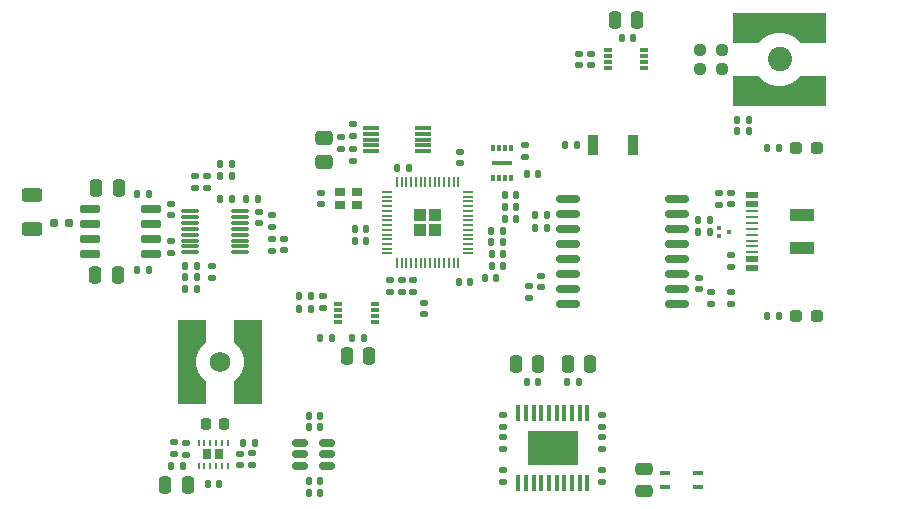
<source format=gtp>
%TF.GenerationSoftware,KiCad,Pcbnew,7.0.6-7.0.6~ubuntu20.04.1*%
%TF.CreationDate,2023-09-06T11:46:54-07:00*%
%TF.ProjectId,harp_lick_detector_capactive,68617270-5f6c-4696-936b-5f6465746563,rev?*%
%TF.SameCoordinates,PX640a5a0PY7088980*%
%TF.FileFunction,Paste,Top*%
%TF.FilePolarity,Positive*%
%FSLAX46Y46*%
G04 Gerber Fmt 4.6, Leading zero omitted, Abs format (unit mm)*
G04 Created by KiCad (PCBNEW 7.0.6-7.0.6~ubuntu20.04.1) date 2023-09-06 11:46:54*
%MOMM*%
%LPD*%
G01*
G04 APERTURE LIST*
G04 Aperture macros list*
%AMRoundRect*
0 Rectangle with rounded corners*
0 $1 Rounding radius*
0 $2 $3 $4 $5 $6 $7 $8 $9 X,Y pos of 4 corners*
0 Add a 4 corners polygon primitive as box body*
4,1,4,$2,$3,$4,$5,$6,$7,$8,$9,$2,$3,0*
0 Add four circle primitives for the rounded corners*
1,1,$1+$1,$2,$3*
1,1,$1+$1,$4,$5*
1,1,$1+$1,$6,$7*
1,1,$1+$1,$8,$9*
0 Add four rect primitives between the rounded corners*
20,1,$1+$1,$2,$3,$4,$5,0*
20,1,$1+$1,$4,$5,$6,$7,0*
20,1,$1+$1,$6,$7,$8,$9,0*
20,1,$1+$1,$8,$9,$2,$3,0*%
%AMFreePoly0*
4,1,40,6.515355,1.015355,6.530000,0.980000,6.530000,-1.460000,6.515355,-1.495355,6.480000,-1.510000,4.370000,-1.510000,4.367882,-1.509122,4.365698,-1.509814,4.350485,-1.501916,4.334645,-1.495355,4.333768,-1.493237,4.331734,-1.492182,4.233315,-1.375157,4.010127,-1.166713,3.760982,-0.990847,3.490207,-0.850543,3.202844,-0.748414,2.904254,-0.686367,2.599999,-0.665555,2.295745,-0.686367,
1.997154,-0.748415,1.709792,-0.850543,1.439022,-0.990844,1.189872,-1.166713,0.966684,-1.375157,0.868266,-1.492182,0.866231,-1.493237,0.865355,-1.495355,0.849514,-1.501916,0.834302,-1.509814,0.832117,-1.509122,0.830000,-1.510000,-1.280000,-1.510000,-1.315355,-1.495355,-1.330000,-1.460000,-1.330000,0.980000,-1.315355,1.015355,-1.280000,1.030000,6.480000,1.030000,6.515355,1.015355,
6.515355,1.015355,$1*%
%AMFreePoly1*
4,1,25,-1.500000,1.420000,-1.360000,1.280000,-1.205000,1.155000,-1.035000,1.045000,-0.860000,0.950000,-0.675000,0.875000,-0.480000,0.820000,-0.280000,0.780000,-0.085000,0.765000,0.085000,0.765000,0.280000,0.780000,0.480000,0.820000,0.675000,0.875000,0.860000,0.950000,1.035000,1.045000,1.205000,1.155000,1.360000,1.280000,1.500000,1.420000,1.645000,1.595000,3.555000,1.595000,
3.555000,-0.755000,-3.555000,-0.755000,-3.555000,1.595000,-1.645000,1.595000,-1.500000,1.420000,-1.500000,1.420000,$1*%
G04 Aperture macros list end*
%ADD10RoundRect,0.140000X-0.140000X-0.170000X0.140000X-0.170000X0.140000X0.170000X-0.140000X0.170000X0*%
%ADD11RoundRect,0.135000X0.185000X-0.135000X0.185000X0.135000X-0.185000X0.135000X-0.185000X-0.135000X0*%
%ADD12RoundRect,0.135000X-0.185000X0.135000X-0.185000X-0.135000X0.185000X-0.135000X0.185000X0.135000X0*%
%ADD13RoundRect,0.237500X0.287500X0.237500X-0.287500X0.237500X-0.287500X-0.237500X0.287500X-0.237500X0*%
%ADD14RoundRect,0.140000X0.140000X0.170000X-0.140000X0.170000X-0.140000X-0.170000X0.140000X-0.170000X0*%
%ADD15RoundRect,0.140000X-0.170000X0.140000X-0.170000X-0.140000X0.170000X-0.140000X0.170000X0.140000X0*%
%ADD16RoundRect,0.250000X-0.475000X0.250000X-0.475000X-0.250000X0.475000X-0.250000X0.475000X0.250000X0*%
%ADD17RoundRect,0.135000X-0.135000X-0.185000X0.135000X-0.185000X0.135000X0.185000X-0.135000X0.185000X0*%
%ADD18R,0.300000X0.300000*%
%ADD19RoundRect,0.250000X-0.625000X0.312500X-0.625000X-0.312500X0.625000X-0.312500X0.625000X0.312500X0*%
%ADD20RoundRect,0.140000X0.170000X-0.140000X0.170000X0.140000X-0.170000X0.140000X-0.170000X-0.140000X0*%
%ADD21R,0.800000X0.950000*%
%ADD22R,0.250000X0.500000*%
%ADD23RoundRect,0.250000X-0.250000X-0.475000X0.250000X-0.475000X0.250000X0.475000X-0.250000X0.475000X0*%
%ADD24RoundRect,0.250000X0.250000X0.475000X-0.250000X0.475000X-0.250000X-0.475000X0.250000X-0.475000X0*%
%ADD25RoundRect,0.150000X-0.725000X-0.150000X0.725000X-0.150000X0.725000X0.150000X-0.725000X0.150000X0*%
%ADD26R,0.800000X0.300000*%
%ADD27RoundRect,0.250000X-0.292217X0.292217X-0.292217X-0.292217X0.292217X-0.292217X0.292217X0.292217X0*%
%ADD28RoundRect,0.050000X-0.050000X0.387500X-0.050000X-0.387500X0.050000X-0.387500X0.050000X0.387500X0*%
%ADD29RoundRect,0.050000X-0.387500X0.050000X-0.387500X-0.050000X0.387500X-0.050000X0.387500X0.050000X0*%
%ADD30RoundRect,0.237500X-0.250000X-0.237500X0.250000X-0.237500X0.250000X0.237500X-0.250000X0.237500X0*%
%ADD31R,2.000000X1.000000*%
%ADD32R,1.000000X0.520000*%
%ADD33R,1.000000X0.270000*%
%ADD34RoundRect,0.135000X0.135000X0.185000X-0.135000X0.185000X-0.135000X-0.185000X0.135000X-0.185000X0*%
%ADD35R,0.900000X1.700000*%
%ADD36R,1.400000X0.300000*%
%ADD37RoundRect,0.075000X-0.650000X-0.075000X0.650000X-0.075000X0.650000X0.075000X-0.650000X0.075000X0*%
%ADD38R,0.900000X0.800000*%
%ADD39RoundRect,0.147500X-0.172500X0.147500X-0.172500X-0.147500X0.172500X-0.147500X0.172500X0.147500X0*%
%ADD40RoundRect,0.250000X-0.475000X0.337500X-0.475000X-0.337500X0.475000X-0.337500X0.475000X0.337500X0*%
%ADD41RoundRect,0.150000X0.875000X0.150000X-0.875000X0.150000X-0.875000X-0.150000X0.875000X-0.150000X0*%
%ADD42C,2.050000*%
%ADD43FreePoly0,180.000000*%
%ADD44FreePoly0,0.000000*%
%ADD45RoundRect,0.147500X0.147500X0.172500X-0.147500X0.172500X-0.147500X-0.172500X0.147500X-0.172500X0*%
%ADD46RoundRect,0.150000X-0.512500X-0.150000X0.512500X-0.150000X0.512500X0.150000X-0.512500X0.150000X0*%
%ADD47R,1.140000X1.200000*%
%ADD48R,0.450000X1.450000*%
%ADD49R,4.200000X3.000000*%
%ADD50RoundRect,0.160000X-0.197500X-0.160000X0.197500X-0.160000X0.197500X0.160000X-0.197500X0.160000X0*%
%ADD51C,1.730000*%
%ADD52FreePoly1,270.000000*%
%ADD53FreePoly1,90.000000*%
%ADD54RoundRect,0.225000X-0.225000X-0.250000X0.225000X-0.250000X0.225000X0.250000X-0.225000X0.250000X0*%
%ADD55R,0.300000X0.600000*%
%ADD56R,1.700000X0.300000*%
%ADD57RoundRect,0.100000X0.350000X0.100000X-0.350000X0.100000X-0.350000X-0.100000X0.350000X-0.100000X0*%
G04 APERTURE END LIST*
D10*
%TO.C,C6*%
X39620000Y24200000D03*
X40580000Y24200000D03*
%TD*%
%TO.C,C30*%
X25295000Y22100000D03*
X26255000Y22100000D03*
%TD*%
D11*
%TO.C,R28*%
X43600000Y19890000D03*
X43600000Y20910000D03*
%TD*%
D12*
%TO.C,R24*%
X32600000Y26410000D03*
X32600000Y25390000D03*
%TD*%
D13*
%TO.C,D1*%
X78775000Y17900000D03*
X77025000Y17900000D03*
%TD*%
D10*
%TO.C,C21*%
X21220000Y21800000D03*
X22180000Y21800000D03*
%TD*%
D14*
%TO.C,C19*%
X49380000Y20700000D03*
X48420000Y20700000D03*
%TD*%
D11*
%TO.C,R40*%
X60600000Y6590000D03*
X60600000Y7610000D03*
%TD*%
%TO.C,R44*%
X42600000Y19890000D03*
X42600000Y20910000D03*
%TD*%
D10*
%TO.C,C9*%
X51220000Y23100000D03*
X52180000Y23100000D03*
%TD*%
D14*
%TO.C,C27*%
X36680000Y2900000D03*
X35720000Y2900000D03*
%TD*%
D15*
%TO.C,C38*%
X33600000Y24380000D03*
X33600000Y23420000D03*
%TD*%
D16*
%TO.C,C45*%
X64100000Y4950000D03*
X64100000Y3050000D03*
%TD*%
D17*
%TO.C,R26*%
X28190000Y30700000D03*
X29210000Y30700000D03*
%TD*%
D12*
%TO.C,R38*%
X60600000Y9510000D03*
X60600000Y8490000D03*
%TD*%
D17*
%TO.C,R21*%
X28190000Y27800000D03*
X29210000Y27800000D03*
%TD*%
D10*
%TO.C,C13*%
X43220000Y30400000D03*
X44180000Y30400000D03*
%TD*%
D17*
%TO.C,R11*%
X51190000Y24100000D03*
X52210000Y24100000D03*
%TD*%
D10*
%TO.C,C8*%
X72020000Y33500000D03*
X72980000Y33500000D03*
%TD*%
D18*
%TO.C,U2*%
X70475000Y25350000D03*
X70475000Y24650000D03*
X71325000Y25000000D03*
%TD*%
D14*
%TO.C,C41*%
X28130000Y3650000D03*
X27170000Y3650000D03*
%TD*%
D11*
%TO.C,R29*%
X44600000Y19890000D03*
X44600000Y20910000D03*
%TD*%
D12*
%TO.C,R39*%
X52200000Y9510000D03*
X52200000Y8490000D03*
%TD*%
D19*
%TO.C,R14*%
X12300000Y28150000D03*
X12300000Y25225000D03*
%TD*%
D10*
%TO.C,C28*%
X35720000Y8425000D03*
X36680000Y8425000D03*
%TD*%
D20*
%TO.C,C56*%
X71500000Y18920000D03*
X71500000Y19880000D03*
%TD*%
D21*
%TO.C,U11*%
X28150000Y6150000D03*
X27150000Y6150000D03*
D22*
X28900000Y7100000D03*
X28400000Y7100000D03*
X27900000Y7100000D03*
X27400000Y7100000D03*
X26900000Y7100000D03*
X26400000Y7100000D03*
X26400000Y5200000D03*
X26900000Y5200000D03*
X27400000Y5200000D03*
X27900000Y5200000D03*
X28400000Y5200000D03*
X28900000Y5200000D03*
%TD*%
D23*
%TO.C,C22*%
X17750000Y28700000D03*
X19650000Y28700000D03*
%TD*%
D24*
%TO.C,C40*%
X25480000Y3550000D03*
X23580000Y3550000D03*
%TD*%
D20*
%TO.C,C54*%
X59600000Y39120000D03*
X59600000Y40080000D03*
%TD*%
D11*
%TO.C,R3*%
X70500000Y27290000D03*
X70500000Y28310000D03*
%TD*%
D15*
%TO.C,C24*%
X24100000Y27355000D03*
X24100000Y26395000D03*
%TD*%
D25*
%TO.C,U7*%
X17225000Y26905000D03*
X17225000Y25635000D03*
X17225000Y24365000D03*
X17225000Y23095000D03*
X22375000Y23095000D03*
X22375000Y24365000D03*
X22375000Y25635000D03*
X22375000Y26905000D03*
%TD*%
D26*
%TO.C,U1*%
X61050000Y40350000D03*
X61050000Y39850000D03*
X61050000Y39350000D03*
X61050000Y38850000D03*
X64150000Y38850000D03*
X64150000Y39350000D03*
X64150000Y39850000D03*
X64150000Y40350000D03*
%TD*%
D27*
%TO.C,U4*%
X46437500Y26400000D03*
X45162500Y26400000D03*
X46437500Y25125000D03*
X45162500Y25125000D03*
D28*
X48400000Y29200000D03*
X48000000Y29200000D03*
X47600000Y29200000D03*
X47200000Y29200000D03*
X46800000Y29200000D03*
X46400000Y29200000D03*
X46000000Y29200000D03*
X45600000Y29200000D03*
X45200000Y29200000D03*
X44800000Y29200000D03*
X44400000Y29200000D03*
X44000000Y29200000D03*
X43600000Y29200000D03*
X43200000Y29200000D03*
D29*
X42362500Y28362500D03*
X42362500Y27962500D03*
X42362500Y27562500D03*
X42362500Y27162500D03*
X42362500Y26762500D03*
X42362500Y26362500D03*
X42362500Y25962500D03*
X42362500Y25562500D03*
X42362500Y25162500D03*
X42362500Y24762500D03*
X42362500Y24362500D03*
X42362500Y23962500D03*
X42362500Y23562500D03*
X42362500Y23162500D03*
D28*
X43200000Y22325000D03*
X43600000Y22325000D03*
X44000000Y22325000D03*
X44400000Y22325000D03*
X44800000Y22325000D03*
X45200000Y22325000D03*
X45600000Y22325000D03*
X46000000Y22325000D03*
X46400000Y22325000D03*
X46800000Y22325000D03*
X47200000Y22325000D03*
X47600000Y22325000D03*
X48000000Y22325000D03*
X48400000Y22325000D03*
D29*
X49237500Y23162500D03*
X49237500Y23562500D03*
X49237500Y23962500D03*
X49237500Y24362500D03*
X49237500Y24762500D03*
X49237500Y25162500D03*
X49237500Y25562500D03*
X49237500Y25962500D03*
X49237500Y26362500D03*
X49237500Y26762500D03*
X49237500Y27162500D03*
X49237500Y27562500D03*
X49237500Y27962500D03*
X49237500Y28362500D03*
%TD*%
D20*
%TO.C,C3*%
X55400000Y20320000D03*
X55400000Y21280000D03*
%TD*%
D30*
%TO.C,R30*%
X68887500Y40400000D03*
X70712500Y40400000D03*
%TD*%
D31*
%TO.C,J5*%
X77500000Y23600000D03*
X77500000Y26400000D03*
D32*
X73300000Y21900000D03*
X73300000Y22650000D03*
D33*
X73300000Y23250000D03*
X73300000Y24750000D03*
X73300000Y25750000D03*
X73300000Y26750000D03*
D32*
X73300000Y27350000D03*
X73300000Y28100000D03*
X73300000Y28100000D03*
X73300000Y27350000D03*
D33*
X73300000Y26250000D03*
X73300000Y25250000D03*
X73300000Y24250000D03*
X73300000Y23750000D03*
D32*
X73300000Y22650000D03*
X73300000Y21900000D03*
%TD*%
D17*
%TO.C,R22*%
X30390000Y27800000D03*
X31410000Y27800000D03*
%TD*%
D24*
%TO.C,C23*%
X19550000Y21300000D03*
X17650000Y21300000D03*
%TD*%
D34*
%TO.C,R7*%
X55910000Y25300000D03*
X54890000Y25300000D03*
%TD*%
D35*
%TO.C,SW1*%
X63200000Y32300000D03*
X59800000Y32300000D03*
%TD*%
D36*
%TO.C,U9*%
X41000000Y33800000D03*
X41000000Y33300000D03*
X41000000Y32800000D03*
X41000000Y32300000D03*
X41000000Y31800000D03*
X45400000Y31800000D03*
X45400000Y32300000D03*
X45400000Y32800000D03*
X45400000Y33300000D03*
X45400000Y33800000D03*
%TD*%
D20*
%TO.C,C2*%
X68800000Y20120000D03*
X68800000Y21080000D03*
%TD*%
D37*
%TO.C,U6*%
X25650000Y26750000D03*
X25650000Y26250000D03*
X25650000Y25750000D03*
X25650000Y25250000D03*
X25650000Y24750000D03*
X25650000Y24250000D03*
X25650000Y23750000D03*
X25650000Y23250000D03*
X29950000Y23250000D03*
X29950000Y23750000D03*
X29950000Y24250000D03*
X29950000Y24750000D03*
X29950000Y25250000D03*
X29950000Y25750000D03*
X29950000Y26250000D03*
X29950000Y26750000D03*
%TD*%
D11*
%TO.C,R32*%
X30900000Y5240000D03*
X30900000Y6260000D03*
%TD*%
D38*
%TO.C,X1*%
X38400000Y27250000D03*
X39800000Y27250000D03*
X39800000Y28350000D03*
X38400000Y28350000D03*
%TD*%
D20*
%TO.C,C52*%
X36950000Y18570000D03*
X36950000Y19530000D03*
%TD*%
D34*
%TO.C,R6*%
X55910000Y26400000D03*
X54890000Y26400000D03*
%TD*%
D17*
%TO.C,R12*%
X74490000Y17900000D03*
X75510000Y17900000D03*
%TD*%
D14*
%TO.C,C50*%
X37680000Y16000000D03*
X36720000Y16000000D03*
%TD*%
D39*
%TO.C,D3*%
X71500000Y28285000D03*
X71500000Y27315000D03*
%TD*%
D14*
%TO.C,C14*%
X53280000Y26100000D03*
X52320000Y26100000D03*
%TD*%
D20*
%TO.C,C44*%
X25350000Y6120000D03*
X25350000Y7080000D03*
%TD*%
D40*
%TO.C,C33*%
X37000000Y32937500D03*
X37000000Y30862500D03*
%TD*%
D34*
%TO.C,R4*%
X69710000Y26000000D03*
X68690000Y26000000D03*
%TD*%
D13*
%TO.C,D2*%
X78775000Y32100000D03*
X77025000Y32100000D03*
%TD*%
D14*
%TO.C,C18*%
X53280000Y27100000D03*
X52320000Y27100000D03*
%TD*%
D10*
%TO.C,C10*%
X51220000Y22100000D03*
X52180000Y22100000D03*
%TD*%
D12*
%TO.C,R27*%
X26100000Y29710000D03*
X26100000Y28690000D03*
%TD*%
%TO.C,R18*%
X24100000Y24212500D03*
X24100000Y23192500D03*
%TD*%
D34*
%TO.C,R5*%
X69710000Y25000000D03*
X68690000Y25000000D03*
%TD*%
D24*
%TO.C,C48*%
X55150000Y13800000D03*
X53250000Y13800000D03*
%TD*%
D12*
%TO.C,R23*%
X32600000Y24410000D03*
X32600000Y23390000D03*
%TD*%
D10*
%TO.C,C51*%
X39420000Y16000000D03*
X40380000Y16000000D03*
%TD*%
D15*
%TO.C,C37*%
X69800000Y19880000D03*
X69800000Y18920000D03*
%TD*%
D12*
%TO.C,R9*%
X54000000Y32310000D03*
X54000000Y31290000D03*
%TD*%
D14*
%TO.C,C1*%
X55180000Y29900000D03*
X54220000Y29900000D03*
%TD*%
D10*
%TO.C,C31*%
X25295000Y21125000D03*
X26255000Y21125000D03*
%TD*%
D20*
%TO.C,C35*%
X39500000Y31020000D03*
X39500000Y31980000D03*
%TD*%
D24*
%TO.C,C11*%
X40850000Y14500000D03*
X38950000Y14500000D03*
%TD*%
%TO.C,C39*%
X63550000Y42900000D03*
X61650000Y42900000D03*
%TD*%
D11*
%TO.C,R41*%
X52200000Y6590000D03*
X52200000Y7610000D03*
%TD*%
D15*
%TO.C,C12*%
X48500000Y31780000D03*
X48500000Y30820000D03*
%TD*%
D10*
%TO.C,C15*%
X39620000Y25200000D03*
X40580000Y25200000D03*
%TD*%
D41*
%TO.C,U3*%
X66950000Y18855000D03*
X66950000Y20125000D03*
X66950000Y21395000D03*
X66950000Y22665000D03*
X66950000Y23935000D03*
X66950000Y25205000D03*
X66950000Y26475000D03*
X66950000Y27745000D03*
X57650000Y27745000D03*
X57650000Y26475000D03*
X57650000Y25205000D03*
X57650000Y23935000D03*
X57650000Y22665000D03*
X57650000Y21395000D03*
X57650000Y20125000D03*
X57650000Y18855000D03*
%TD*%
D10*
%TO.C,C46*%
X57620000Y12300000D03*
X58580000Y12300000D03*
%TD*%
%TO.C,C55*%
X62220000Y41400000D03*
X63180000Y41400000D03*
%TD*%
%TO.C,C26*%
X35720000Y3900000D03*
X36680000Y3900000D03*
%TD*%
D14*
%TO.C,C47*%
X55180000Y12300000D03*
X54220000Y12300000D03*
%TD*%
D26*
%TO.C,U13*%
X41350000Y17350000D03*
X41350000Y17850000D03*
X41350000Y18350000D03*
X41350000Y18850000D03*
X38250000Y18850000D03*
X38250000Y18350000D03*
X38250000Y17850000D03*
X38250000Y17350000D03*
%TD*%
D42*
%TO.C,J7*%
X75600000Y39600000D03*
D43*
X78200000Y36700000D03*
D44*
X73000000Y42500000D03*
%TD*%
D20*
%TO.C,C16*%
X45500000Y18020000D03*
X45500000Y18980000D03*
%TD*%
D11*
%TO.C,R37*%
X52200000Y3790000D03*
X52200000Y4810000D03*
%TD*%
D17*
%TO.C,R10*%
X51190000Y25050000D03*
X52210000Y25050000D03*
%TD*%
D20*
%TO.C,C34*%
X38500000Y32020000D03*
X38500000Y32980000D03*
%TD*%
D14*
%TO.C,C17*%
X51580000Y21100000D03*
X50620000Y21100000D03*
%TD*%
D17*
%TO.C,R13*%
X74490000Y32100000D03*
X75510000Y32100000D03*
%TD*%
D45*
%TO.C,D4*%
X72985000Y34500000D03*
X72015000Y34500000D03*
%TD*%
D12*
%TO.C,R2*%
X71500000Y23010000D03*
X71500000Y21990000D03*
%TD*%
D46*
%TO.C,U8*%
X35012500Y7100000D03*
X35012500Y6150000D03*
X35012500Y5200000D03*
X37287500Y5200000D03*
X37287500Y6150000D03*
X37287500Y7100000D03*
%TD*%
D14*
%TO.C,C20*%
X22180000Y28225000D03*
X21220000Y28225000D03*
%TD*%
D47*
%TO.C,U12*%
X57800000Y7412500D03*
X56400000Y7412500D03*
X55000000Y7412500D03*
X57800000Y5912500D03*
X56400000Y5912500D03*
X55000000Y5912500D03*
D48*
X59325000Y9612500D03*
X58675000Y9612500D03*
X58025000Y9612500D03*
X57375000Y9612500D03*
X56725000Y9612500D03*
X56075000Y9612500D03*
X55425000Y9612500D03*
X54775000Y9612500D03*
X54125000Y9612500D03*
X53475000Y9612500D03*
X53475000Y3712500D03*
X54125000Y3712500D03*
X54775000Y3712500D03*
X55425000Y3712500D03*
X56075000Y3712500D03*
X56725000Y3712500D03*
X57375000Y3712500D03*
X58025000Y3712500D03*
X58675000Y3712500D03*
X59325000Y3712500D03*
D49*
X56400000Y6662500D03*
%TD*%
D50*
%TO.C,R15*%
X14200000Y25700000D03*
X15395000Y25700000D03*
%TD*%
D34*
%TO.C,R34*%
X31210000Y7150000D03*
X30190000Y7150000D03*
%TD*%
D51*
%TO.C,J1*%
X28200000Y14000000D03*
D52*
X25400000Y14000000D03*
D53*
X31000000Y14000000D03*
%TD*%
D15*
%TO.C,C53*%
X58600000Y40080000D03*
X58600000Y39120000D03*
%TD*%
D54*
%TO.C,C42*%
X27025000Y8750000D03*
X28575000Y8750000D03*
%TD*%
D17*
%TO.C,R35*%
X24090000Y5150000D03*
X25110000Y5150000D03*
%TD*%
D34*
%TO.C,R19*%
X26285000Y20125000D03*
X25265000Y20125000D03*
%TD*%
D15*
%TO.C,C5*%
X54400000Y20380000D03*
X54400000Y19420000D03*
%TD*%
D11*
%TO.C,R20*%
X27500000Y21090000D03*
X27500000Y22110000D03*
%TD*%
D30*
%TO.C,R31*%
X68887500Y38800000D03*
X70712500Y38800000D03*
%TD*%
D11*
%TO.C,R36*%
X60600000Y3790000D03*
X60600000Y4810000D03*
%TD*%
D15*
%TO.C,C43*%
X29950000Y6180000D03*
X29950000Y5220000D03*
%TD*%
D20*
%TO.C,C25*%
X31500000Y25720000D03*
X31500000Y26680000D03*
%TD*%
D23*
%TO.C,C49*%
X57650000Y13800000D03*
X59550000Y13800000D03*
%TD*%
D17*
%TO.C,R43*%
X34930000Y18450000D03*
X35950000Y18450000D03*
%TD*%
%TO.C,R25*%
X28190000Y29700000D03*
X29210000Y29700000D03*
%TD*%
D55*
%TO.C,U5*%
X52850000Y32050000D03*
X52350000Y32050000D03*
X51850000Y32050000D03*
X51350000Y32050000D03*
X51350000Y29550000D03*
X51850000Y29550000D03*
X52350000Y29550000D03*
X52850000Y29550000D03*
D56*
X52100000Y30800000D03*
%TD*%
D57*
%TO.C,L1*%
X68700000Y3425000D03*
X68700000Y4575000D03*
X65900000Y4575000D03*
X65900000Y3425000D03*
%TD*%
D12*
%TO.C,R33*%
X24300000Y7160000D03*
X24300000Y6140000D03*
%TD*%
D15*
%TO.C,C36*%
X39500000Y34080000D03*
X39500000Y33120000D03*
%TD*%
%TO.C,C32*%
X27100000Y29680000D03*
X27100000Y28720000D03*
%TD*%
D14*
%TO.C,C29*%
X36680000Y9400000D03*
X35720000Y9400000D03*
%TD*%
%TO.C,C7*%
X53280000Y28100000D03*
X52320000Y28100000D03*
%TD*%
D20*
%TO.C,C4*%
X36800000Y27320000D03*
X36800000Y28280000D03*
%TD*%
D34*
%TO.C,R42*%
X35950000Y19550000D03*
X34930000Y19550000D03*
%TD*%
%TO.C,R1*%
X58410000Y32300000D03*
X57390000Y32300000D03*
%TD*%
M02*

</source>
